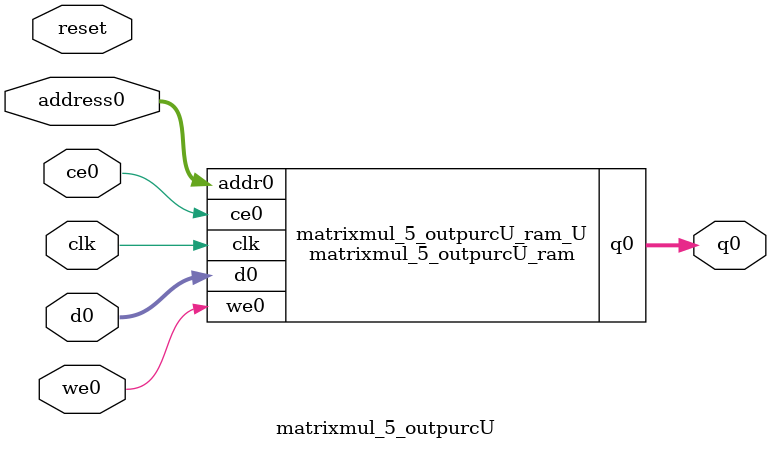
<source format=v>
`timescale 1 ns / 1 ps
module matrixmul_5_outpurcU_ram (addr0, ce0, d0, we0, q0,  clk);

parameter DWIDTH = 22;
parameter AWIDTH = 6;
parameter MEM_SIZE = 64;

input[AWIDTH-1:0] addr0;
input ce0;
input[DWIDTH-1:0] d0;
input we0;
output reg[DWIDTH-1:0] q0;
input clk;

(* ram_style = "block" *)reg [DWIDTH-1:0] ram[0:MEM_SIZE-1];




always @(posedge clk)  
begin 
    if (ce0) begin
        if (we0) 
            ram[addr0] <= d0; 
        q0 <= ram[addr0];
    end
end


endmodule

`timescale 1 ns / 1 ps
module matrixmul_5_outpurcU(
    reset,
    clk,
    address0,
    ce0,
    we0,
    d0,
    q0);

parameter DataWidth = 32'd22;
parameter AddressRange = 32'd64;
parameter AddressWidth = 32'd6;
input reset;
input clk;
input[AddressWidth - 1:0] address0;
input ce0;
input we0;
input[DataWidth - 1:0] d0;
output[DataWidth - 1:0] q0;



matrixmul_5_outpurcU_ram matrixmul_5_outpurcU_ram_U(
    .clk( clk ),
    .addr0( address0 ),
    .ce0( ce0 ),
    .we0( we0 ),
    .d0( d0 ),
    .q0( q0 ));

endmodule


</source>
